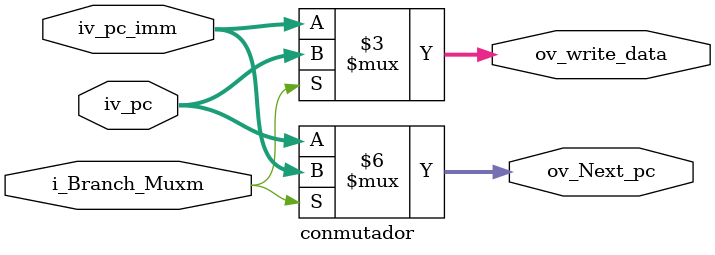
<source format=v>
module conmutador (
	input [31:0] iv_pc,
	input [31:0] iv_pc_imm,
	input i_Branch_Muxm,
	output reg[31:0] ov_write_data,
	output reg[31:0] ov_Next_pc

);

always@*
begin
	if(i_Branch_Muxm)
	begin
		ov_Next_pc <= iv_pc_imm;
		ov_write_data <= iv_pc;
	end
	else
	begin
		ov_Next_pc <= iv_pc;
		ov_write_data <= iv_pc_imm;
	end

end



endmodule 
</source>
